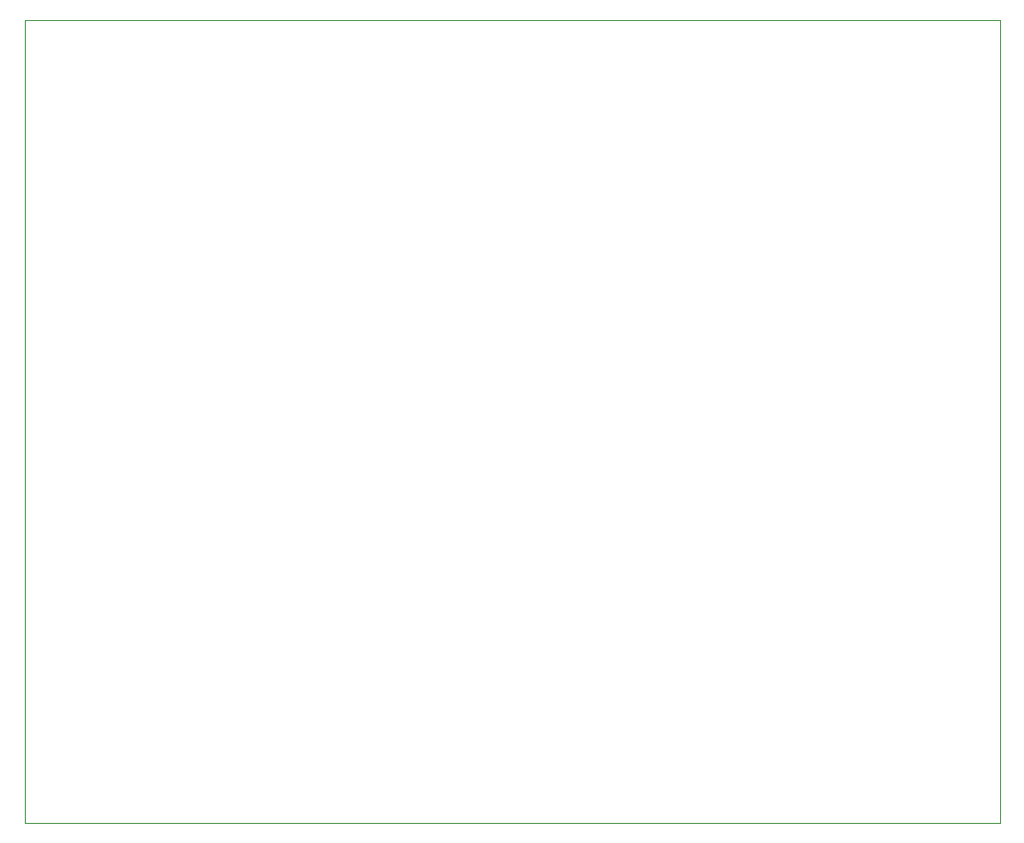
<source format=gbr>
%TF.GenerationSoftware,KiCad,Pcbnew,6.0.2+dfsg-1*%
%TF.CreationDate,2022-10-25T22:06:20-05:00*%
%TF.ProjectId,amiplanta,616d6970-6c61-46e7-9461-2e6b69636164,rev?*%
%TF.SameCoordinates,Original*%
%TF.FileFunction,Profile,NP*%
%FSLAX46Y46*%
G04 Gerber Fmt 4.6, Leading zero omitted, Abs format (unit mm)*
G04 Created by KiCad (PCBNEW 6.0.2+dfsg-1) date 2022-10-25 22:06:20*
%MOMM*%
%LPD*%
G01*
G04 APERTURE LIST*
%TA.AperFunction,Profile*%
%ADD10C,0.050000*%
%TD*%
G04 APERTURE END LIST*
D10*
X109220000Y-111760000D02*
X25400000Y-111760000D01*
X22860000Y-40640000D02*
X109220000Y-40640000D01*
X25400000Y-111760000D02*
X22860000Y-111760000D01*
X109220000Y-40640000D02*
X109220000Y-111760000D01*
X22860000Y-111760000D02*
X22860000Y-40640000D01*
M02*

</source>
